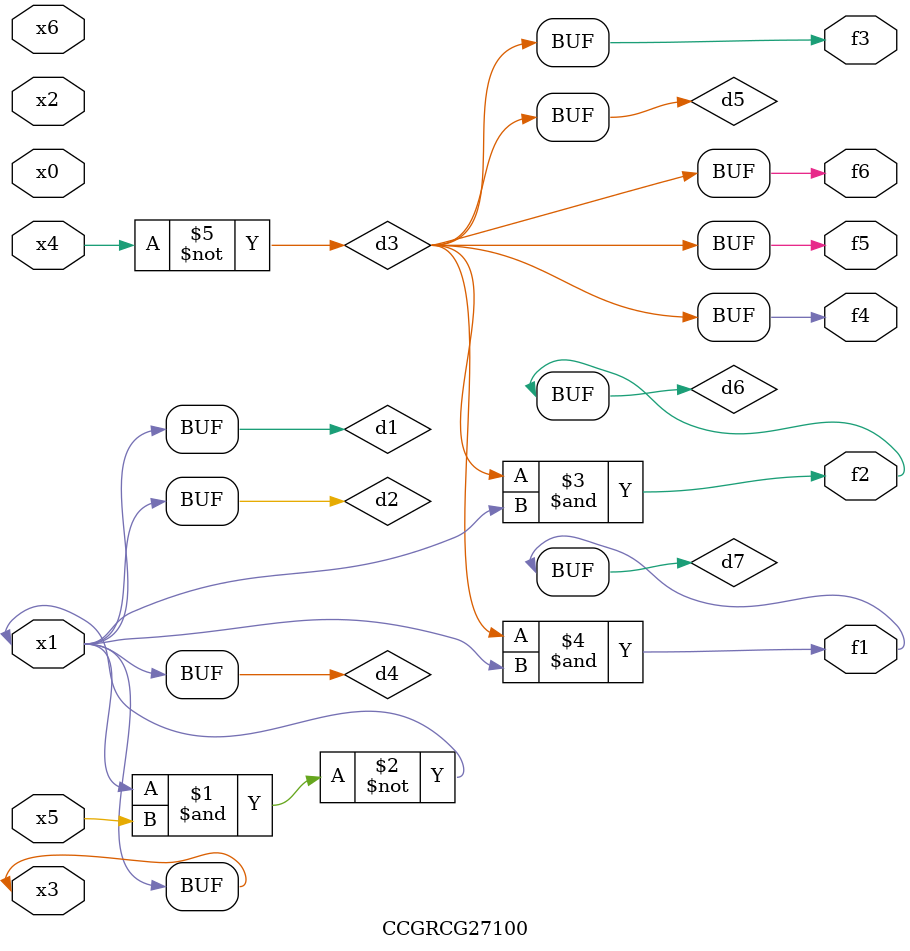
<source format=v>
module CCGRCG27100(
	input x0, x1, x2, x3, x4, x5, x6,
	output f1, f2, f3, f4, f5, f6
);

	wire d1, d2, d3, d4, d5, d6, d7;

	buf (d1, x1, x3);
	nand (d2, x1, x5);
	not (d3, x4);
	buf (d4, d1, d2);
	buf (d5, d3);
	and (d6, d3, d4);
	and (d7, d3, d4);
	assign f1 = d7;
	assign f2 = d6;
	assign f3 = d5;
	assign f4 = d5;
	assign f5 = d5;
	assign f6 = d5;
endmodule

</source>
